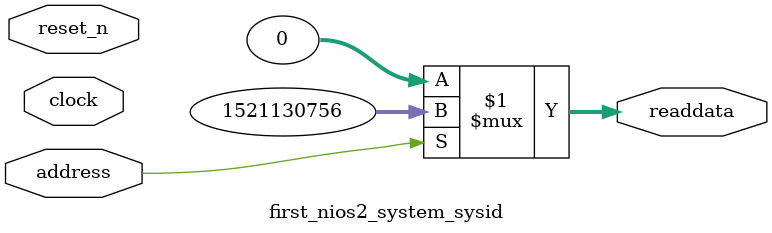
<source format=v>

`timescale 1ns / 1ps
// synthesis translate_on

// turn off superfluous verilog processor warnings 
// altera message_level Level1 
// altera message_off 10034 10035 10036 10037 10230 10240 10030 

module first_nios2_system_sysid (
               // inputs:
                address,
                clock,
                reset_n,

               // outputs:
                readdata
             )
;

  output  [ 31: 0] readdata;
  input            address;
  input            clock;
  input            reset_n;

  wire    [ 31: 0] readdata;
  //control_slave, which is an e_avalon_slave
  assign readdata = address ? 1521130756 : 0;

endmodule




</source>
